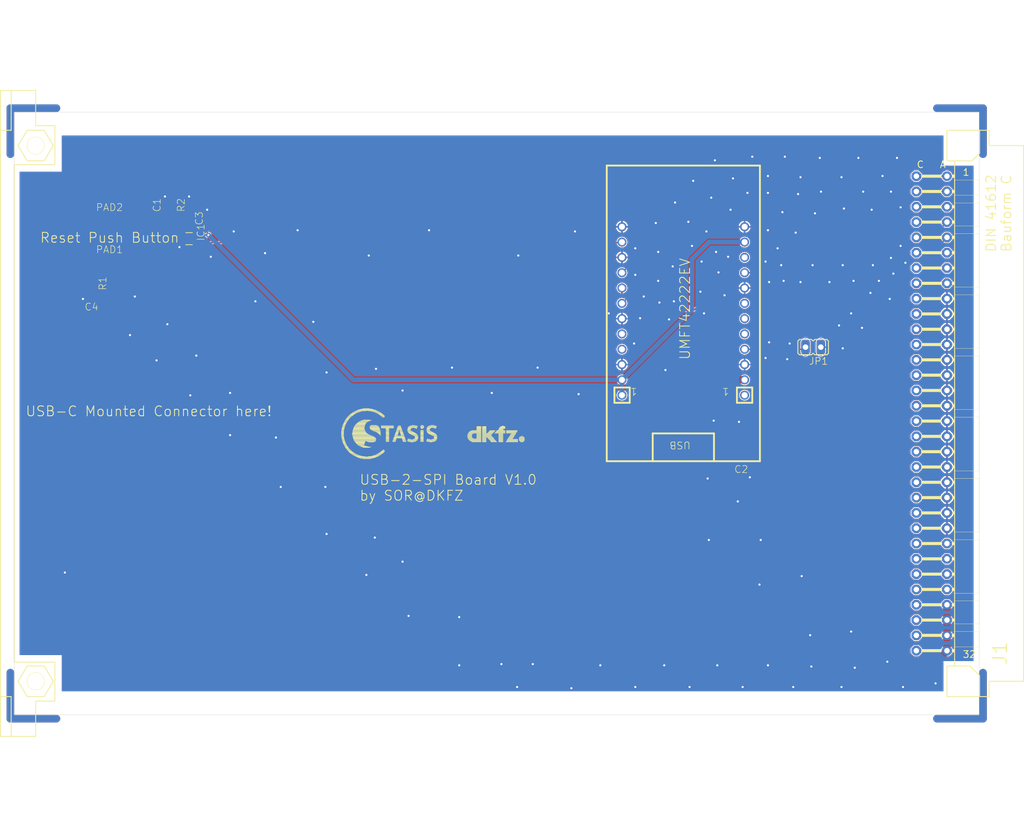
<source format=kicad_pcb>
(kicad_pcb (version 20240108) (generator "pcbnew") (generator_version "8.0")
  (layers (0 "F.Cu" signal) (31 "B.Cu" signal) (34 "B.Paste" user) (35 "F.Paste" user) (36 "B.SilkS" user "B.Silkscreen") (37 "F.SilkS" user "F.Silkscreen") (38 "B.Mask" user) (39 "F.Mask" user) (44 "Edge.Cuts" user))
  (net 0 "")
  (net 1 "GND")
  (net 2 "5V")
  (net 3 "SCLK")
  (net 4 "PICO")
  (net 5 "POCI")
  (net 6 "SS")
  (net 7 "N$1")
  (net 8 "SPI_RESET")
  (net 9 "N$2")
  (net 10 "VCC")
  (net 11 "N$4")
  (net 12 "N$5")
  (footprint "USB2SPI:C0603_334" (layer "F.Cu") (at 100.4871 73.2036 90)
    (property "Reference" "C3" (at -0.635 -0.635 90) (layer "F.SilkS") (effects (font (size 1.176528 1.176528) (thickness 0.093472)) (justify left bottom)))
    (property "Value" "100nF")
    (pad "1" smd rect (at -0.85 0 90) (size 1.1 1) (layers "F.Cu" "F.Paste" "F.Mask") (net 10 "VCC"))
    (pad "2" smd rect (at 0.85 0 90) (size 1.1 1) (layers "F.Cu" "F.Paste" "F.Mask") (net 1 "GND"))
  )
  (footprint "USB2SPI:SMD2,54-5,08_412" (layer "F.Cu") (at 84.4871 80.0036 -90)
    (property "Reference" "PAD1" (at -1.5 2.5 0) (layer "F.SilkS") (effects (font (size 1.176528 1.176528) (thickness 0.093472)) (justify left bottom)))
    (property "Value" "PB1")
    (pad "1" smd rect (at 0 0 270) (size 2.54 5.08) (layers "F.Cu" "F.Paste" "F.Mask") (net 12 "N$5"))
  )
  (footprint "USB2SPI:UMFT4222EV" (layer "F.Cu") (at 179.4571 88.0036 180)
    (property "Reference" "U$1" (hide yes))
    (property "Value" "UMFT4222EV" (hide yes))
    (fp_text user "USB" (at -1.27 -21.59 180) (layer "F.SilkS") (effects (font (size 1.1684 1.1684) (thickness 0.1016)) (justify left bottom)))
    (fp_text user "1" (at -7.62 -12.7 180) (layer "F.SilkS") (effects (font (size 1.1684 1.1684) (thickness 0.1016)) (justify left bottom)))
    (fp_text user "1" (at 7.62 -12.7 180) (layer "F.SilkS") (effects (font (size 1.1684 1.1684) (thickness 0.1016)) (justify left bottom)))
    (pad "P$0" thru_hole circle (at -10.16 -13.97 180) (size 1.508 1.508) (drill 1) (layers "*.Cu" "*.Mask"))
    (pad "P$1" thru_hole circle (at -10.16 -11.43 180) (size 1.508 1.508) (drill 1) (layers "*.Cu" "*.Mask") (net 2 "5V"))
    (pad "P$2" thru_hole circle (at -10.16 -8.89 180) (size 1.508 1.508) (drill 1) (layers "*.Cu" "*.Mask") (net 1 "GND"))
    (pad "P$3" thru_hole circle (at -10.16 -6.35 180) (size 1.508 1.508) (drill 1) (layers "*.Cu" "*.Mask") (net 7 "N$1"))
    (pad "P$4" thru_hole circle (at -10.16 -3.81 180) (size 1.508 1.508) (drill 1) (layers "*.Cu" "*.Mask"))
    (pad "P$5" thru_hole circle (at -10.16 -1.27 180) (size 1.508 1.508) (drill 1) (layers "*.Cu" "*.Mask"))
    (pad "P$6" thru_hole circle (at -10.16 1.27 180) (size 1.508 1.508) (drill 1) (layers "*.Cu" "*.Mask"))
    (pad "P$7" thru_hole circle (at -10.16 3.81 180) (size 1.508 1.508) (drill 1) (layers "*.Cu" "*.Mask") (net 1 "GND"))
    (pad "P$8" thru_hole circle (at -10.16 6.35 180) (size 1.508 1.508) (drill 1) (layers "*.Cu" "*.Mask") (net 6 "SS"))
    (pad "P$9" thru_hole circle (at -10.16 8.89 180) (size 1.508 1.508) (drill 1) (layers "*.Cu" "*.Mask"))
    (pad "P$10" thru_hole circle (at -10.16 11.43 180) (size 1.508 1.508) (drill 1) (layers "*.Cu" "*.Mask") (net 10 "VCC"))
    (pad "P$11" thru_hole circle (at -10.16 13.97 180) (size 1.508 1.508) (drill 1) (layers "*.Cu" "*.Mask") (net 1 "GND"))
    (pad "P$12" thru_hole circle (at 10.18 13.97 180) (size 1.508 1.508) (drill 1) (layers "*.Cu" "*.Mask") (net 1 "GND"))
    (pad "P$13" thru_hole circle (at 10.18 11.43 180) (size 1.508 1.508) (drill 1) (layers "*.Cu" "*.Mask") (net 9 "N$2"))
    (pad "P$14" thru_hole circle (at 10.18 8.89 180) (size 1.508 1.508) (drill 1) (layers "*.Cu" "*.Mask") (net 1 "GND"))
    (pad "P$15" thru_hole circle (at 10.18 6.35 180) (size 1.508 1.508) (drill 1) (layers "*.Cu" "*.Mask") (net 3 "SCLK"))
    (pad "P$16" thru_hole circle (at 10.18 3.81 180) (size 1.508 1.508) (drill 1) (layers "*.Cu" "*.Mask") (net 5 "POCI"))
    (pad "P$17" thru_hole circle (at 10.18 1.27 180) (size 1.508 1.508) (drill 1) (layers "*.Cu" "*.Mask") (net 4 "PICO"))
    (pad "P$18" thru_hole circle (at 10.18 -1.27 180) (size 1.508 1.508) (drill 1) (layers "*.Cu" "*.Mask") (net 1 "GND"))
    (pad "P$19" thru_hole circle (at 10.18 -3.81 180) (size 1.508 1.508) (drill 1) (layers "*.Cu" "*.Mask"))
    (pad "P$20" thru_hole circle (at 10.18 -6.35 180) (size 1.508 1.508) (drill 1) (layers "*.Cu" "*.Mask"))
    (pad "P$21" thru_hole circle (at 10.18 -8.89 180) (size 1.508 1.508) (drill 1) (layers "*.Cu" "*.Mask") (net 1 "GND"))
    (pad "P$22" thru_hole circle (at 10.18 -11.43 180) (size 1.508 1.508) (drill 1) (layers "*.Cu" "*.Mask") (net 10 "VCC"))
    (pad "P$23" thru_hole circle (at 10.18 -13.97 180) (size 1.508 1.508) (drill 1) (layers "*.Cu" "*.Mask") (net 10 "VCC"))
  )
  (footprint "USB2SPI:LOGO_DKFZ" (layer "F.Cu") (at 143.6871 109.8036)
    (property "Reference" "U$3" (hide yes))
    (property "Value" "" (hide yes))
  )
  (footprint "USB2SPI:JP1_252" (layer "F.Cu") (at 200.9871 94.0036 90)
    (property "Reference" "JP1" (at -1.651 2.54 0) (layer "F.SilkS") (effects (font (size 1.1557 1.1557) (thickness 0.1143)) (justify right top)))
    (property "Value" "SPI_RESET")
    (pad "1" thru_hole oval (at 0 1.27 90) (size 2.8448 1.4224) (drill 0.9144) (layers "*.Cu" "*.Mask") (net 8 "SPI_RESET"))
    (pad "2" thru_hole oval (at 0 -1.27 90) (size 2.8448 1.4224) (drill 0.9144) (layers "*.Cu" "*.Mask") (net 7 "N$1"))
  )
  (footprint "USB2SPI:VG64P_79" (layer "F.Cu") (at 68.2371 105.0036)
    (property "Reference" "J1" (at 165.1 41.91 90) (layer "F.SilkS") (effects (font (size 2.3114 2.3114) (thickness 0.2286)) (justify left bottom)))
    (property "Value" "BUS")
    (fp_line (start -0.381 -43.0276) (end -0.381 -50.6476) (stroke (width 1.27)) (layer "F.Cu"))
    (fp_line (start -0.381 43.0276) (end -0.381 50.6476) (stroke (width 1.27)) (layer "F.Cu"))
    (fp_line (start 7.239 -50.6476) (end -0.381 -50.6476) (stroke (width 1.27)) (layer "F.Cu"))
    (fp_line (start 7.239 50.6476) (end -0.381 50.6476) (stroke (width 1.27)) (layer "F.Cu"))
    (fp_line (start 153.289 -50.6476) (end 160.909 -50.6476) (stroke (width 1.27)) (layer "F.Cu"))
    (fp_line (start 153.289 50.6476) (end 160.909 50.6476) (stroke (width 1.27)) (layer "F.Cu"))
    (fp_line (start 160.909 -43.0276) (end 160.909 -50.6476) (stroke (width 1.27)) (layer "F.Cu"))
    (fp_line (start 160.909 43.0276) (end 160.909 50.6476) (stroke (width 1.27)) (layer "F.Cu"))
    (fp_line (start -0.381 -43.0276) (end -0.381 -50.6476) (stroke (width 1.27)) (layer "B.Cu"))
    (fp_line (start -0.381 43.0276) (end -0.381 50.6476) (stroke (width 1.27)) (layer "B.Cu"))
    (fp_line (start 7.239 -50.6476) (end -0.381 -50.6476) (stroke (width 1.27)) (layer "B.Cu"))
    (fp_line (start 7.239 50.6476) (end -0.381 50.6476) (stroke (width 1.27)) (layer "B.Cu"))
    (fp_line (start 153.289 -50.6476) (end 160.909 -50.6476) (stroke (width 1.27)) (layer "B.Cu"))
    (fp_line (start 153.289 50.6476) (end 160.909 50.6476) (stroke (width 1.27)) (layer "B.Cu"))
    (fp_line (start 160.909 -43.0276) (end 160.909 -50.6476) (stroke (width 1.27)) (layer "B.Cu"))
    (fp_line (start 160.909 43.0276) (end 160.909 50.6476) (stroke (width 1.27)) (layer "B.Cu"))
    (fp_line (start 0.254 -50.0126) (end 0.254 50.0126) (stroke (width 0.05)) (layer "Edge.Cuts"))
    (fp_line (start 0.254 50.0126) (end 160.274 50.0126) (stroke (width 0.05)) (layer "Edge.Cuts"))
    (fp_line (start 160.274 -50.0126) (end 0.254 -50.0126) (stroke (width 0.05)) (layer "Edge.Cuts"))
    (fp_line (start 160.274 50.0126) (end 160.274 -50.0126) (stroke (width 0.05)) (layer "Edge.Cuts"))
    (fp_text user "Bauform C" (at 165.735 -26.67 90) (layer "F.SilkS") (effects (font (size 1.6002 1.6002) (thickness 0.1778)) (justify left bottom)))
    (fp_text user "C" (at 149.86 -40.64 0) (layer "F.SilkS") (effects (font (size 1.1176 1.1176) (thickness 0.1524)) (justify left bottom)))
    (fp_text user "A" (at 153.67 -40.64 0) (layer "F.SilkS") (effects (font (size 1.1176 1.1176) (thickness 0.1524)) (justify left bottom)))
    (fp_text user "DIN 41612" (at 163.195 -26.67 90) (layer "F.SilkS") (effects (font (size 1.6002 1.6002) (thickness 0.1778)) (justify left bottom)))
    (fp_text user "1" (at 157.48 -39.37 0) (layer "F.SilkS") (effects (font (size 1.1176 1.1176) (thickness 0.1524)) (justify left bottom)))
    (fp_text user "32" (at 157.48 40.64 0) (layer "F.SilkS") (effects (font (size 1.1176 1.1176) (thickness 0.1524)) (justify left bottom)))
    (pad "" np_thru_hole circle (at 3.81 -44.45) (size 2.794 2.794) (drill 2.794) (layers "*.Cu" "*.Mask"))
    (pad "" np_thru_hole circle (at 3.81 44.45) (size 2.794 2.794) (drill 2.794) (layers "*.Cu" "*.Mask"))
    (pad "" np_thru_hole circle (at 157.48 -44.45) (size 2.794 2.794) (drill 2.794) (layers "*.Cu" "*.Mask"))
    (pad "" np_thru_hole circle (at 157.48 44.45) (size 2.794 2.794) (drill 2.794) (layers "*.Cu" "*.Mask"))
    (pad "A1" thru_hole circle (at 154.94 -39.37) (size 1.6002 1.6002) (drill 0.9144) (layers "*.Cu" "*.Mask") (net 3 "SCLK"))
    (pad "A2" thru_hole roundrect (at 154.94 -36.83) (size 1.6002 1.6002) (drill 0.9144) (layers "*.Cu" "*.Mask") (chamfer_ratio 0.2928932188) (chamfer top_left top_right bottom_left bottom_right) (net 4 "PICO"))
    (pad "A3" thru_hole roundrect (at 154.94 -34.29) (size 1.6002 1.6002) (drill 0.9144) (layers "*.Cu" "*.Mask") (chamfer_ratio 0.2928932188) (chamfer top_left top_right bottom_left bottom_right) (net 5 "POCI"))
    (pad "A4" thru_hole roundrect (at 154.94 -31.75) (size 1.6002 1.6002) (drill 0.9144) (layers "*.Cu" "*.Mask") (chamfer_ratio 0.2928932188) (chamfer top_left top_right bottom_left bottom_right) (net 6 "SS"))
    (pad "A5" thru_hole roundrect (at 154.94 -29.21) (size 1.6002 1.6002) (drill 0.9144) (layers "*.Cu" "*.Mask") (chamfer_ratio 0.2928932188) (chamfer top_left top_right bottom_left bottom_right) (net 8 "SPI_RESET"))
    (pad "A6" thru_hole roundrect (at 154.94 -26.67) (size 1.6002 1.6002) (drill 0.9144) (layers "*.Cu" "*.Mask") (chamfer_ratio 0.2928932188) (chamfer top_left top_right bottom_left bottom_right))
    (pad "A7" thru_hole roundrect (at 154.94 -24.13) (size 1.6002 1.6002) (drill 0.9144) (layers "*.Cu" "*.Mask") (chamfer_ratio 0.2928932188) (chamfer top_left top_right bottom_left bottom_right))
    (pad "A8" thru_hole roundrect (at 154.94 -21.59) (size 1.6002 1.6002) (drill 0.9144) (layers "*.Cu" "*.Mask") (chamfer_ratio 0.2928932188) (chamfer top_left top_right bottom_left bottom_right))
    (pad "A9" thru_hole roundrect (at 154.94 -19.05) (size 1.6002 1.6002) (drill 0.9144) (layers "*.Cu" "*.Mask") (chamfer_ratio 0.2928932188) (chamfer top_left top_right bottom_left bottom_right) (net 1 "GND"))
    (pad "A10" thru_hole roundrect (at 154.94 -16.51) (size 1.6002 1.6002) (drill 0.9144) (layers "*.Cu" "*.Mask") (chamfer_ratio 0.2928932188) (chamfer top_left top_right bottom_left bottom_right) (net 1 "GND"))
    (pad "A11" thru_hole roundrect (at 154.94 -13.97) (size 1.6002 1.6002) (drill 0.9144) (layers "*.Cu" "*.Mask") (chamfer_ratio 0.2928932188) (chamfer top_left top_right bottom_left bottom_right) (net 1 "GND"))
    (pad "A12" thru_hole roundrect (at 154.94 -11.43) (size 1.6002 1.6002) (drill 0.9144) (layers "*.Cu" "*.Mask") (chamfer_ratio 0.2928932188) (chamfer top_left top_right bottom_left bottom_right) (net 1 "GND"))
    (pad "A13" thru_hole roundrect (at 154.94 -8.89) (size 1.6002 1.6002) (drill 0.9144) (layers "*.Cu" "*.Mask") (chamfer_ratio 0.2928932188) (chamfer top_left top_right bottom_left bottom_right) (net 1 "GND"))
    (pad "A14" thru_hole roundrect (at 154.94 -6.35) (size 1.6002 1.6002) (drill 0.9144) (layers "*.Cu" "*.Mask") (chamfer_ratio 0.2928932188) (chamfer top_left top_right bottom_left bottom_right) (net 1 "GND"))
    (pad "A15" thru_hole roundrect (at 154.94 -3.81) (size 1.6002 1.6002) (drill 0.9144) (layers "*.Cu" "*.Mask") (chamfer_ratio 0.2928932188) (chamfer top_left top_right bottom_left bottom_right) (net 1 "GND"))
    (pad "A16" thru_hole roundrect (at 154.94 -1.27) (size 1.6002 1.6002) (drill 0.9144) (layers "*.Cu" "*.Mask") (chamfer_ratio 0.2928932188) (chamfer top_left top_right bottom_left bottom_right) (net 1 "GND"))
    (pad "A17" thru_hole roundrect (at 154.94 1.27) (size 1.6002 1.6002) (drill 0.9144) (layers "*.Cu" "*.Mask") (chamfer_ratio 0.2928932188) (chamfer top_left top_right bottom_left bottom_right) (net 1 "GND"))
    (pad "A18" thru_hole roundrect (at 154.94 3.81) (size 1.6002 1.6002) (drill 0.9144) (layers "*.Cu" "*.Mask") (chamfer_ratio 0.2928932188) (chamfer top_left top_right bottom_left bottom_right) (net 1 "GND"))
    (pad "A19" thru_hole roundrect (at 154.94 6.35) (size 1.6002 1.6002) (drill 0.9144) (layers "*.Cu" "*.Mask") (chamfer_ratio 0.2928932188) (chamfer top_left top_right bottom_left bottom_right) (net 1 "GND"))
    (pad "A20" thru_hole roundrect (at 154.94 8.89) (size 1.6002 1.6002) (drill 0.9144) (layers "*.Cu" "*.Mask") (chamfer_ratio 0.2928932188) (chamfer top_left top_right bottom_left bottom_right) (net 1 "GND"))
    (pad "A21" thru_hole roundrect (at 154.94 11.43) (size 1.6002 1.6002) (drill 0.9144) (layers "*.Cu" "*.Mask") (chamfer_ratio 0.2928932188) (chamfer top_left top_right bottom_left bottom_right) (net 1 "GND"))
    (pad "A22" thru_hole roundrect (at 154.94 13.97) (size 1.6002 1.6002) (drill 0.9144) (layers "*.Cu" "*.Mask") (chamfer_ratio 0.2928932188) (chamfer top_left top_right bottom_left bottom_right) (net 1 "GND"))
    (pad "A23" thru_hole roundrect (at 154.94 16.51) (size 1.6002 1.6002) (drill 0.9144) (layers "*.Cu" "*.Mask") (chamfer_ratio 0.2928932188) (chamfer top_left top_right bottom_left bottom_right) (net 1 "GND"))
    (pad "A24" thru_hole roundrect (at 154.94 19.05) (size 1.6002 1.6002) (drill 0.9144) (layers "*.Cu" "*.Mask") (chamfer_ratio 0.2928932188) (chamfer top_left top_right bottom_left bottom_right) (net 1 "GND"))
    (pad "A25" thru_hole roundrect (at 154.94 21.59) (size 1.6002 1.6002) (drill 0.9144) (layers "*.Cu" "*.Mask") (chamfer_ratio 0.2928932188) (chamfer top_left top_right bottom_left bottom_right))
    (pad "A26" thru_hole roundrect (at 154.94 24.13) (size 1.6002 1.6002) (drill 0.9144) (layers "*.Cu" "*.Mask") (chamfer_ratio 0.2928932188) (chamfer top_left top_right bottom_left bottom_right))
    (pad "A27" thru_hole roundrect (at 154.94 26.67) (size 1.6002 1.6002) (drill 0.9144) (layers "*.Cu" "*.Mask") (chamfer_ratio 0.2928932188) (chamfer top_left top_right bottom_left bottom_right))
    (pad "A28" thru_hole roundrect (at 154.94 29.21) (size 1.6002 1.6002) (drill 0.9144) (layers "*.Cu" "*.Mask") (chamfer_ratio 0.2928932188) (chamfer top_left top_right bottom_left bottom_right))
    (pad "A29" thru_hole roundrect (at 154.94 31.75) (size 1.6002 1.6002) (drill 0.9144) (layers "*.Cu" "*.Mask") (chamfer_ratio 0.2928932188) (chamfer top_left top_right bottom_left bottom_right) (net 2 "5V"))
    (pad "A30" thru_hole roundrect (at 154.94 34.29) (size 1.6002 1.6002) (drill 0.9144) (layers "*.Cu" "*.Mask") (chamfer_ratio 0.2928932188) (chamfer top_left top_right bottom_left bottom_right) (net 2 "5V"))
    (pad "A31" thru_hole roundrect (at 154.94 36.83) (size 1.6002 1.6002) (drill 0.9144) (layers "*.Cu" "*.Mask") (chamfer_ratio 0.2928932188) (chamfer top_left top_right bottom_left bottom_right) (net 2 "5V"))
    (pad "A32" thru_hole roundrect (at 154.94 39.37) (size 1.6002 1.6002) (drill 0.9144) (layers "*.Cu" "*.Mask") (chamfer_ratio 0.2928932188) (chamfer top_left top_right bottom_left bottom_right) (net 2 "5V"))
    (pad "C1" thru_hole roundrect (at 149.86 -39.37) (size 1.6002 1.6002) (drill 0.9144) (layers "*.Cu" "*.Mask") (chamfer_ratio 0.2928932188) (chamfer top_left top_right bottom_left bottom_right))
    (pad "C2" thru_hole roundrect (at 149.86 -36.83) (size 1.6002 1.6002) (drill 0.9144) (layers "*.Cu" "*.Mask") (chamfer_ratio 0.2928932188) (chamfer top_left top_right bottom_left bottom_right))
    (pad "C3" thru_hole roundrect (at 149.86 -34.29) (size 1.6002 1.6002) (drill 0.9144) (layers "*.Cu" "*.Mask") (chamfer_ratio 0.2928932188) (chamfer top_left top_right bottom_left bottom_right))
    (pad "C4" thru_hole roundrect (at 149.86 -31.75) (size 1.6002 1.6002) (drill 0.9144) (layers "*.Cu" "*.Mask") (chamfer_ratio 0.2928932188) (chamfer top_left top_right bottom_left bottom_right))
    (pad "C5" thru_hole roundrect (at 149.86 -29.21) (size 1.6002 1.6002) (drill 0.9144) (layers "*.Cu" "*.Mask") (chamfer_ratio 0.2928932188) (chamfer top_left top_right bottom_left bottom_right))
    (pad "C6" thru_hole roundrect (at 149.86 -26.67) (size 1.6002 1.6002) (drill 0.9144) (layers "*.Cu" "*.Mask") (chamfer_ratio 0.2928932188) (chamfer top_left top_right bottom_left bottom_right))
    (pad "C7" thru_hole roundrect (at 149.86 -24.13) (size 1.6002 1.6002) (drill 0.9144) (layers "*.Cu" "*.Mask") (chamfer_ratio 0.2928932188) (chamfer top_left top_right bottom_left bottom_right))
    (pad "C8" thru_hole roundrect (at 149.86 -21.59) (size 1.6002 1.6002) (drill 0.9144) (layers "*.Cu" "*.Mask") (chamfer_ratio 0.2928932188) (chamfer top_left top_right bottom_left bottom_right))
    (pad "C9" thru_hole roundrect (at 149.86 -19.05) (size 1.6002 1.6002) (drill 0.9144) (layers "*.Cu" "*.Mask") (chamfer_ratio 0.2928932188) (chamfer top_left top_right bottom_left bottom_right))
    (pad "C10" thru_hole roundrect (at 149.86 -16.51) (size 1.6002 1.6002) (drill 0.9144) (layers "*.Cu" "*.Mask") (chamfer_ratio 0.2928932188) (chamfer top_left top_right bottom_left bottom_right))
    (pad "C11" thru_hole roundrect (at 149.86 -13.97) (size 1.6002 1.6002) (drill 0.9144) (layers "*.Cu" "*.Mask") (chamfer_ratio 0.2928932188) (chamfer top_left top_right bottom_left bottom_right))
    (pad "C12" thru_hole roundrect (at 149.86 -11.43) (size 1.6002 1.6002) (drill 0.9144) (layers "*.Cu" "*.Mask") (chamfer_ratio 0.2928932188) (chamfer top_left top_right bottom_left bottom_right))
    (pad "C13" thru_hole roundrect (at 149.86 -8.89) (size 1.6002 1.6002) (drill 0.9144) (layers "*.Cu" "*.Mask") (chamfer_ratio 0.2928932188) (chamfer top_left top_right bottom_left bottom_right))
    (pad "C14" thru_hole roundrect (at 149.86 -6.35) (size 1.6002 1.6002) (drill 0.9144) (layers "*.Cu" "*.Mask") (chamfer_ratio 0.2928932188) (chamfer top_left top_right bottom_left bottom_right))
    (pad "C15" thru_hole roundrect (at 149.86 -3.81) (size 1.6002 1.6002) (drill 0.9144) (layers "*.Cu" "*.Mask") (chamfer_ratio 0.2928932188) (chamfer top_left top_right bottom_left bottom_right))
    (pad "C16" thru_hole roundrect (at 149.86 -1.27) (size 1.6002 1.6002) (drill 0.9144) (layers "*.Cu" "*.Mask") (chamfer_ratio 0.2928932188) (chamfer top_left top_right bottom_left bottom_right))
    (pad "C17" thru_hole roundrect (at 149.86 1.27) (size 1.6002 1.6002) (drill 0.9144) (layers "*.Cu" "*.Mask") (chamfer_ratio 0.2928932188) (chamfer top_left top_right bottom_left bottom_right))
    (pad "C18" thru_hole roundrect (at 149.86 3.81) (size 1.6002 1.6002) (drill 0.9144) (layers "*.Cu" "*.Mask") (chamfer_ratio 0.2928932188) (chamfer top_left top_right bottom_left bottom_right))
    (pad "C19" thru_hole roundrect (at 149.86 6.35) (size 1.6002 1.6002) (drill 0.9144) (layers "*.Cu" "*.Mask") (chamfer_ratio 0.2928932188) (chamfer top_left top_right bottom_left bottom_right))
    (pad "C20" thru_hole roundrect (at 149.86 8.89) (size 1.6002 1.6002) (drill 0.9144) (layers "*.Cu" "*.Mask") (chamfer_ratio 0.2928932188) (chamfer top_left top_right bottom_left bottom_right))
    (pad "C21" thru_hole roundrect (at 149.86 11.43) (size 1.6002 1.6002) (drill 0.9144) (layers "*.Cu" "*.Mask") (chamfer_ratio 0.2928932188) (chamfer top_left top_right bottom_left bottom_right))
    (pad "C22" thru_hole roundrect (at 149.86 13.97) (size 1.6002 1.6002) (drill 0.9144) (layers "*.Cu" "*.Mask") (chamfer_ratio 0.2928932188) (chamfer top_left top_right bottom_left bottom_right))
    (pad "C23" thru_hole roundrect (at 149.86 16.51) (size 1.6002 1.6002) (drill 0.9144) (layers "*.Cu" "*.Mask") (chamfer_ratio 0.2928932188) (chamfer top_left top_right bottom_left bottom_right))
    (pad "C24" thru_hole roundrect (at 149.86 19.05) (size 1.6002 1.6002) (drill 0.9144) (layers "*.Cu" "*.Mask") (chamfer_ratio 0.2928932188) (chamfer top_left top_right bottom_left bottom_right))
    (pad "C25" thru_hole roundrect (at 149.86 21.59) (size 1.6002 1.6002) (drill 0.9144) (layers "*.Cu" "*.Mask") (chamfer_ratio 0.2928932188) (chamfer top_left top_right bottom_left bottom_right))
    (pad "C26" thru_hole roundrect (at 149.86 24.13) (size 1.6002 1.6002) (drill 0.9144) (layers "*.Cu" "*.Mask") (chamfer_ratio 0.2928932188) (chamfer top_left top_right bottom_left bottom_right))
    (pad "C27" thru_hole roundrect (at 149.86 26.67) (size 1.6002 1.6002) (drill 0.9144) (layers "*.Cu" "*.Mask") (chamfer_ratio 0.2928932188) (chamfer top_left top_right bottom_left bottom_right))
    (pad "C28" thru_hole roundrect (at 149.86 29.21) (size 1.6002 1.6002) (drill 0.9144) (layers "*.Cu" "*.Mask") (chamfer_ratio 0.2928932188) (chamfer top_left top_right bottom_left bottom_right))
    (pad "C29" thru_hole roundrect (at 149.86 31.75) (size 1.6002 1.6002) (drill 0.9144) (layers "*.Cu" "*.Mask") (chamfer_ratio 0.2928932188) (chamfer top_left top_right bottom_left bottom_right))
    (pad "C30" thru_hole roundrect (at 149.86 34.29) (size 1.6002 1.6002) (drill 0.9144) (layers "*.Cu" "*.Mask") (chamfer_ratio 0.2928932188) (chamfer top_left top_right bottom_left bottom_right))
    (pad "C31" thru_hole roundrect (at 149.86 36.83) (size 1.6002 1.6002) (drill 0.9144) (layers "*.Cu" "*.Mask") (chamfer_ratio 0.2928932188) (chamfer top_left top_right bottom_left bottom_right))
    (pad "C32" thru_hole roundrect (at 149.86 39.37) (size 1.6002 1.6002) (drill 0.9144) (layers "*.Cu" "*.Mask") (chamfer_ratio 0.2928932188) (chamfer top_left top_right bottom_left bottom_right))
    (zone (net 0) (net_name "") (layer "B.Cu") (connect_pads (clearance 0)) (min_thickness 0.25)
      (keepout (tracks not_allowed) (vias not_allowed) (pads not_allowed) (copperpour not_allowed) (footprints allowed))
      (fill (thermal_gap 0.5) (thermal_bridge_width 0.5))
      (polygon (pts (xy 228.0031 60.5536) (xy 227.982703 60.248906) (xy 227.921877 59.949649) (xy 227.821706 59.66117) (xy 227.683978 59.388616) (xy 227.511151 59.136852) (xy 227.30631 58.910369) (xy 227.073109 58.71321) (xy 226.81571 58.548892) (xy 226.538706 58.420349) (xy 226.247041 58.329874) (xy 225.945919 58.279081) (xy 225.640713 58.268877) (xy 225.336871 58.299443) (xy 225.039814 58.370236) (xy 224.754843 58.47999) (xy 224.487044 58.626748) (xy 224.241195 58.807891) (xy 224.021683 59.020186) (xy 223.832427 59.259845) (xy 223.676802 59.522591) (xy 223.557586 59.803735) (xy 223.476908 60.098261) (xy 223.436205 60.400912) (xy 223.436205 60.706288) (xy 223.476908 61.008939) (xy 223.557586 61.303465) (xy 223.676802 61.584609) (xy 223.832427 61.847355) (xy 224.021683 62.087014) (xy 224.241195 62.299309) (xy 224.487044 62.480452) (xy 224.754843 62.62721) (xy 225.039814 62.736964) (xy 225.336871 62.807757) (xy 225.640713 62.838323) (xy 225.945919 62.828119) (xy 226.247041 62.777326) (xy 226.538706 62.686851) (xy 226.81571 62.558308) (xy 227.073109 62.39399) (xy 227.30631 62.196831) (xy 227.511151 61.970348) (xy 227.683978 61.718584) (xy 227.821706 61.44603) (xy 227.921877 61.157551) (xy 227.982703 60.858294)))
    )
    (zone (net 0) (net_name "") (layer "B.Cu") (connect_pads (clearance 0)) (min_thickness 0.25)
      (keepout (tracks not_allowed) (vias not_allowed) (pads not_allowed) (copperpour not_allowed) (footprints allowed))
      (fill (thermal_gap 0.5) (thermal_bridge_width 0.5))
      (polygon (pts (xy 228.0031 149.4536) (xy 227.982703 149.148906) (xy 227.921877 148.849649) (xy 227.821706 148.56117) (xy 227.683978 148.288616) (xy 227.511151 148.036852) (xy 227.30631 147.810369) (xy 227.073109 147.61321) (xy 226.81571 147.448892) (xy 226.538706 147.320349) (xy 226.247041 147.229874) (xy 225.945919 147.179081) (xy 225.640713 147.168877) (xy 225.336871 147.199443) (xy 225.039814 147.270236) (xy 224.754843 147.37999) (xy 224.487044 147.526748) (xy 224.241195 147.707891) (xy 224.021683 147.920186) (xy 223.832427 148.159845) (xy 223.676802 148.422591) (xy 223.557586 148.703735) (xy 223.476908 148.998261) (xy 223.436205 149.300912) (xy 223.436205 149.606288) (xy 223.476908 149.908939) (xy 223.557586 150.203465) (xy 223.676802 150.484609) (xy 223.832427 150.747355) (xy 224.021683 150.987014) (xy 224.241195 151.199309) (xy 224.487044 151.380452) (xy 224.754843 151.52721) (xy 225.039814 151.636964) (xy 225.336871 151.707757) (xy 225.640713 151.738323) (xy 225.945919 151.728119) (xy 226.247041 151.677326) (xy 226.538706 151.586851) (xy 226.81571 151.458308) (xy 227.073109 151.29399) (xy 227.30631 151.096831) (xy 227.511151 150.870348) (xy 227.683978 150.618584) (xy 227.821706 150.34603) (xy 227.921877 150.057551) (xy 227.982703 149.758294)))
    )
    (zone (net 0) (net_name "") (layer "B.Cu") (connect_pads (clearance 0)) (min_thickness 0.25)
      (keepout (tracks not_allowed) (vias not_allowed) (pads not_allowed) (copperpour not_allowed) (footprints allowed))
      (fill (thermal_gap 0.5) (thermal_bridge_width 0.5))
      (polygon (pts (xy 75.2221 60.5536) (xy 75.202136 60.198113) (xy 75.142496 59.847096) (xy 75.04393 59.504964) (xy 74.907676 59.176019) (xy 74.735449 58.864398) (xy 74.529415 58.57402) (xy 74.292164 58.308536) (xy 74.02668 58.071285) (xy 73.736302 57.865251) (xy 73.424681 57.693024) (xy 73.095736 57.55677) (xy 72.753604 57.458204) (xy 72.402587 57.398564) (xy 72.0471 57.3786) (xy 71.691613 57.398564) (xy 71.340596 57.458204) (xy 70.998464 57.55677) (xy 70.669519 57.693024) (xy 70.357898 57.865251) (xy 70.06752 58.071285) (xy 69.802036 58.308536) (xy 69.564785 58.57402) (xy 69.358751 58.864398) (xy 69.186524 59.176019) (xy 69.05027 59.504964) (xy 68.951704 59.847096) (xy 68.892064 60.198113) (xy 68.8721 60.5536) (xy 68.892064 60.909087) (xy 68.951704 61.260104) (xy 69.05027 61.602236) (xy 69.186524 61.931181) (xy 69.358751 62.242802) (xy 69.564785 62.53318) (xy 69.802036 62.798664) (xy 70.06752 63.035915) (xy 70.357898 63.241949) (xy 70.669519 63.414176) (xy 70.998464 63.55043) (xy 71.340596 63.648996) (xy 71.691613 63.708636) (xy 72.0471 63.7286) (xy 72.402587 63.708636) (xy 72.753604 63.648996) (xy 73.095736 63.55043) (xy 73.424681 63.414176) (xy 73.736302 63.241949) (xy 74.02668 63.035915) (xy 74.292164 62.798664) (xy 74.529415 62.53318) (xy 74.735449 62.242802) (xy 74.907676 61.931181) (xy 75.04393 61.602236) (xy 75.142496 61.260104) (xy 75.202136 60.909087)))
    )
    (zone (net 0) (net_name "") (layer "B.Cu") (connect_pads (clearance 0)) (min_thickness 0.25)
      (keepout (tracks not_allowed) (vias not_allowed) (pads not_allowed) (copperpour not_allowed) (footprints allowed))
      (fill (thermal_gap 0.5) (thermal_bridge_width 0.5))
      (polygon (pts (xy 75.2221 149.4536) (xy 75.202136 149.098113) (xy 75.142496 148.747096) (xy 75.04393 148.404964) (xy 74.907676 148.076019) (xy 74.735449 147.764398) (xy 74.529415 147.47402) (xy 74.292164 147.208536) (xy 74.02668 146.971285) (xy 73.736302 146.765251) (xy 73.424681 146.593024) (xy 73.095736 146.45677) (xy 72.753604 146.358204) (xy 72.402587 146.298564) (xy 72.0471 146.2786) (xy 71.691613 146.298564) (xy 71.340596 146.358204) (xy 70.998464 146.45677) (xy 70.669519 146.593024) (xy 70.357898 146.765251) (xy 70.06752 146.971285) (xy 69.802036 147.208536) (xy 69.564785 147.47402) (xy 69.358751 147.764398) (xy 69.186524 148.076019) (xy 69.05027 148.404964) (xy 68.951704 148.747096) (xy 68.892064 149.098113) (xy 68.8721 149.4536) (xy 68.892064 149.809087) (xy 68.951704 150.160104) (xy 69.05027 150.502236) (xy 69.186524 150.831181) (xy 69.358751 151.142802) (xy 69.564785 151.43318) (xy 69.802036 151.698664) (xy 70.06752 151.935915) (xy 70.357898 152.141949) (xy 70.669519 152.314176) (xy 70.998464 152.45043) (xy 71.340596 152.548996) (xy 71.691613 152.608636) (xy 72.0471 152.6286) (xy 72.402587 152.608636) (xy 72.753604 152.548996) (xy 73.095736 152.45043) (xy 73.424681 152.314176) (xy 73.736302 152.141949) (xy 74.02668 151.935915) (xy 74.292164 151.698664) (xy 74.529415 151.43318) (xy 74.735449 151.142802) (xy 74.907676 150.831181) (xy 75.04393 150.502236) (xy 75.142496 150.160104) (xy 75.202136 149.809087)))
    )
  )
  (footprint "USB2SPI:SC70-5_87" (layer "F.Cu") (at 97.4871 76.0036 -90)
    (property "Reference" "IC1" (at -2.54 -1.27 90) (layer "F.SilkS") (effects (font (size 1.176528 1.176528) (thickness 0.093472)) (justify right top)))
    (property "Value" "74LVC1G14DCK")
    (pad "1" smd rect (at -0.65 0.85 270) (size 0.4 0.7) (layers "F.Cu" "F.Paste" "F.Mask"))
    (pad "2" smd rect (at 0 0.85 270) (size 0.4 0.7) (layers "F.Cu" "F.Paste" "F.Mask") (net 11 "N$4"))
    (pad "3" smd rect (at 0.65 0.85 270) (size 0.4 0.7) (layers "F.Cu" "F.Paste" "F.Mask") (net 1 "GND"))
    (pad "4" smd rect (at 0.65 -0.85 270) (size 0.4 0.7) (layers "F.Cu" "F.Paste" "F.Mask") (net 9 "N$2"))
    (pad "5" smd rect (at -0.65 -0.85 270) (size 0.4 0.7) (layers "F.Cu" "F.Paste" "F.Mask") (net 10 "VCC"))
  )
  (footprint "USB2SPI:R0603_334" (layer "F.Cu") (at 84.4871 84.0036 90)
    (property "Reference" "R1" (at -0.635 -0.635 90) (layer "F.SilkS") (effects (font (size 1.176528 1.176528) (thickness 0.093472)) (justify left bottom)))
    (property "Value" "50k")
    (pad "1" smd rect (at -0.85 0 90) (size 1 1.1) (layers "F.Cu" "F.Paste" "F.Mask") (net 2 "5V"))
    (pad "2" smd rect (at 0.85 0 90) (size 1 1.1) (layers "F.Cu" "F.Paste" "F.Mask") (net 12 "N$5"))
  )
  (footprint "USB2SPI:C0603_334" (layer "F.Cu") (at 93.4871 71.0036 90)
    (property "Reference" "C1" (at -0.635 -0.635 90) (layer "F.SilkS") (effects (font (size 1.176528 1.176528) (thickness 0.093472)) (justify left bottom)))
    (property "Value" "10nF")
    (pad "1" smd rect (at -0.85 0 90) (size 1.1 1) (layers "F.Cu" "F.Paste" "F.Mask") (net 11 "N$4"))
    (pad "2" smd rect (at 0.85 0 90) (size 1.1 1) (layers "F.Cu" "F.Paste" "F.Mask") (net 1 "GND"))
  )
  (footprint "USB2SPI:R0603_334" (layer "F.Cu") (at 97.4871 71.0036 90)
    (property "Reference" "R2" (at -0.635 -0.635 90) (layer "F.SilkS") (effects (font (size 1.176528 1.176528) (thickness 0.093472)) (justify left bottom)))
    (property "Value" "100k")
    (pad "1" smd rect (at -0.85 0 90) (size 1 1.1) (layers "F.Cu" "F.Paste" "F.Mask") (net 11 "N$4"))
    (pad "2" smd rect (at 0.85 0 90) (size 1 1.1) (layers "F.Cu" "F.Paste" "F.Mask") (net 1 "GND"))
  )
  (footprint "USB2SPI:C0603_334" (layer "F.Cu") (at 188.4871 115.6036)
    (property "Reference" "C2" (at -0.635 -0.635 0) (layer "F.SilkS") (effects (font (size 1.176528 1.176528) (thickness 0.093472)) (justify left bottom)))
    (property "Value" "100nF")
    (pad "1" smd rect (at -0.85 0) (size 1.1 1) (layers "F.Cu" "F.Paste" "F.Mask") (net 2 "5V"))
    (pad "2" smd rect (at 0.85 0) (size 1.1 1) (layers "F.Cu" "F.Paste" "F.Mask") (net 1 "GND"))
  )
  (footprint "USB2SPI:SMD2,54-5,08_412" (layer "F.Cu") (at 84.4871 73.0036 -90)
    (property "Reference" "PAD2" (at -1.5 2.5 0) (layer "F.SilkS") (effects (font (size 1.176528 1.176528) (thickness 0.093472)) (justify left bottom)))
    (property "Value" "PB2")
    (pad "1" smd rect (at 0 0 270) (size 2.54 5.08) (layers "F.Cu" "F.Paste" "F.Mask") (net 11 "N$4"))
  )
  (footprint "USB2SPI:LOGO_STASIS" (layer "F.Cu") (at 131.6871 108.6036)
    (property "Reference" "U$2" (hide yes))
    (property "Value" "" (hide yes))
  )
  (footprint "USB2SPI:C0603_334" (layer "F.Cu") (at 81.8871 86.0036 180)
    (property "Reference" "C4" (at -0.635 -0.635 0) (layer "F.SilkS") (effects (font (size 1.176528 1.176528) (thickness 0.093472)) (justify right top)))
    (property "Value" "100nF")
    (pad "1" smd rect (at -0.85 0 180) (size 1.1 1) (layers "F.Cu" "F.Paste" "F.Mask") (net 2 "5V"))
    (pad "2" smd rect (at 0.85 0 180) (size 1.1 1) (layers "F.Cu" "F.Paste" "F.Mask") (net 1 "GND"))
  )
  (gr_text "Reset Push Button" (at 72.6871 76.8036 0) (layer "F.SilkS") (effects (font (size 1.63576 1.63576) (thickness 0.14224)) (justify left bottom)))
  (gr_text "UMFT42222EV" (at 180.6871 96.2036 90) (layer "F.SilkS") (effects (font (size 1.63576 1.63576) (thickness 0.14224)) (justify left bottom)))
  (gr_text "USB-C Mounted Connector here!" (at 70.2871 105.6036 0) (layer "F.SilkS") (effects (font (size 1.63576 1.63576) (thickness 0.14224)) (justify left bottom)))
  (gr_text "USB-2-SPI Board V1.0\nby SOR@DKFZ" (at 125.6871 119.6036 0) (layer "F.SilkS") (effects (font (size 1.63576 1.63576) (thickness 0.14224)) (justify left bottom)))
  (segment (start 100.4871 72.3536) (end 100.4871 71.2036) (width 0.2) (layer "F.Cu") (net 1))
  (segment (start 189.3371 115.6036) (end 190.4871 115.6036) (width 0.2) (layer "F.Cu") (net 1))
  (segment (start 81.0371 86.0036) (end 79.8871 86.0036) (width 0.2) (layer "F.Cu") (net 1))
  (segment (start 96.6371 76.6536) (end 95.8871 77.4036) (width 0.2) (layer "F.Cu") (net 1))
  (segment (start 97.4871 70.1536) (end 97.4871 69.0036) (width 0.2) (layer "F.Cu") (net 1))
  (segment (start 93.4871 70.1536) (end 93.4871 69.0036) (width 0.2) (layer "F.Cu") (net 1))
  (via (at 214.8871 62.6036) (size 0.7564) (drill 0.35) (layers "F.Cu" "B.Cu") (net 1))
  (via (at 165.6871 146.8036) (size 0.7564) (drill 0.35) (layers "F.Cu" "B.Cu") (net 1))
  (via (at 171.2871 93.4036) (size 0.7564) (drill 0.35) (layers "F.Cu" "B.Cu") (net 1))
  (via (at 180.4871 150.4036) (size 0.7564) (drill 0.35) (layers "F.Cu" "B.Cu") (net 1))
  (via (at 104.2871 101.6036) (size 0.7564) (drill 0.35) (layers "F.Cu" "B.Cu") (net 1))
  (via (at 207.2871 88.4036) (size 0.7564) (drill 0.35) (layers "F.Cu" "B.Cu") (net 1))
  (via (at 210.4871 85.0036) (size 0.7564) (drill 0.35) (layers "F.Cu" "B.Cu") (net 1))
  (via (at 98.6871 95.4036) (size 0.7564) (drill 0.35) (layers "F.Cu" "B.Cu") (net 1))
  (via (at 126.8871 131.8036) (size 0.7564) (drill 0.35) (layers "F.Cu" "B.Cu") (net 1))
  (via (at 186.2871 85.4036) (size 0.7564) (drill 0.35) (layers "F.Cu" "B.Cu") (net 1))
  (via (at 120.2871 125.0036) (size 0.7564) (drill 0.35) (layers "F.Cu" "B.Cu") (net 1))
  (via (at 200.6871 147.0036) (size 0.7564) (drill 0.35) (layers "F.Cu" "B.Cu") (net 1))
  (via (at 187.6871 66.0036) (size 0.7564) (drill 0.35) (layers "F.Cu" "B.Cu") (net 1))
  (via (at 213.2871 146.2036) (size 0.7564) (drill 0.35) (layers "F.Cu" "B.Cu") (net 1))
  (via (at 172.8871 85.6036) (size 0.7564) (drill 0.35) (layers "F.Cu" "B.Cu") (net 1))
  (via (at 198.8871 65.8036) (size 0.7564) (drill 0.35) (layers "F.Cu" "B.Cu") (net 1))
  (via (at 212.4871 65.6036) (size 0.7564) (drill 0.35) (layers "F.Cu" "B.Cu") (net 1))
  (via (at 215.4871 77.2036) (size 0.7564) (drill 0.35) (layers "F.Cu" "B.Cu") (net 1))
  (via (at 187.2871 71.2036) (size 0.7564) (drill 0.35) (layers "F.Cu" "B.Cu") (net 1))
  (via (at 180.8871 77.2036) (size 0.7564) (drill 0.35) (layers "F.Cu" "B.Cu") (net 1))
  (via (at 207.2871 141.2036) (size 0.7564) (drill 0.35) (layers "F.Cu" "B.Cu") (net 1))
  (via (at 193.6871 83.2036) (size 0.7564) (drill 0.35) (layers "F.Cu" "B.Cu") (net 1))
  (via (at 177.8871 86.4036) (size 0.7564) (drill 0.35) (layers "F.Cu" "B.Cu") (net 1))
  (via (at 186.8871 79.0036) (size 0.7564) (drill 0.35) (layers "F.Cu" "B.Cu") (net 1))
  (via (at 184.0871 69.2036) (size 0.7564) (drill 0.35) (layers "F.Cu" "B.Cu") (net 1))
  (via (at 184.4871 106.2036) (size 0.7564) (drill 0.35) (layers "F.Cu" "B.Cu") (net 1))
  (via (at 141.0871 97.4036) (size 0.7564) (drill 0.35) (layers "F.Cu" "B.Cu") (net 1))
  (via (at 79.8871 86.0036) (size 0.7564) (drill 0.35) (layers "F.Cu" "B.Cu") (net 1))
  (via (at 142.2871 146.8036) (size 0.7564) (drill 0.35) (layers "F.Cu" "B.Cu") (net 1))
  (via (at 202.2871 68.2036) (size 0.7564) (drill 0.35) (layers "F.Cu" "B.Cu") (net 1))
  (via (at 161.4871 74.8036) (size 0.7564) (drill 0.35) (layers "F.Cu" "B.Cu") (net 1))
  (via (at 97.6871 102.0036) (size 0.7564) (drill 0.35) (layers "F.Cu" "B.Cu") (net 1))
  (via (at 199.0871 132.0036) (size 0.7564) (drill 0.35) (layers "F.Cu" "B.Cu") (net 1))
  (via (at 193.6871 93.2036) (size 0.7564) (drill 0.35) (layers "F.Cu" "B.Cu") (net 1))
  (via (at 196.0871 83.0036) (size 0.7564) (drill 0.35) (layers "F.Cu" "B.Cu") (net 1))
  (via (at 190.0871 68.4036) (size 0.7564) (drill 0.35) (layers "F.Cu" "B.Cu") (net 1))
  (via (at 147.6871 101.6036) (size 0.7564) (drill 0.35) (layers "F.Cu" "B.Cu") (net 1))
  (via (at 175.2871 83.0036) (size 0.7564) (drill 0.35) (layers "F.Cu" "B.Cu") (net 1))
  (via (at 209.2871 68.2036) (size 0.7564) (drill 0.35) (layers "F.Cu" "B.Cu") (net 1))
  (via (at 188.4871 119.6036) (size 0.7564) (drill 0.35) (layers "F.Cu" "B.Cu") (net 1))
  (via (at 213.8871 79.2036) (size 0.7564) (drill 0.35) (layers "F.Cu" "B.Cu") (net 1))
  (via (at 118.0871 89.8036) (size 0.7564) (drill 0.35) (layers "F.Cu" "B.Cu") (net 1))
  (via (at 195.0871 77.6036) (size 0.7564) (drill 0.35) (layers "F.Cu" "B.Cu") (net 1))
  (via (at 93.4871 69.0036) (size 0.7564) (drill 0.35) (layers "F.Cu" "B.Cu") (net 1))
  (via (at 112.6871 117.2036) (size 0.7564) (drill 0.35) (layers "F.Cu" "B.Cu") (net 1))
  (via (at 184.6871 63.0036) (size 0.7564) (drill 0.35) (layers "F.Cu" "B.Cu") (net 1))
  (via (at 177.6871 80.6036) (size 0.7564) (drill 0.35) (layers "F.Cu" "B.Cu") (net 1))
  (via (at 160.8871 150.6036) (size 0.7564) (drill 0.35) (layers "F.Cu" "B.Cu") (net 1))
  (via (at 76.8871 131.4036) (size 0.7564) (drill 0.35) (layers "F.Cu" "B.Cu") (net 1))
  (via (at 190.4871 115.6036) (size 0.7564) (drill 0.35) (layers "F.Cu" "B.Cu") (net 1))
  (via (at 111.8871 109.0036) (size 0.7564) (drill 0.35) (layers "F.Cu" "B.Cu") (net 1))
  (via (at 151.8871 150.4036) (size 0.7564) (drill 0.35) (layers "F.Cu" "B.Cu") (net 1))
  (via (at 207.6871 83.0036) (size 0.7564) (drill 0.35) (layers "F.Cu" "B.Cu") (net 1))
  (via (at 193.4871 65.6036) (size 0.7564) (drill 0.35) (layers "F.Cu" "B.Cu") (net 1))
  (via (at 214.2871 81.8036) (size 0.7564) (drill 0.35) (layers "F.Cu" "B.Cu") (net 1))
  (via (at 120.2871 98.2036) (size 0.7564) (drill 0.35) (layers "F.Cu" "B.Cu") (net 1))
  (via (at 155.2871 97.4036) (size 0.7564) (drill 0.35) (layers "F.Cu" "B.Cu") (net 1))
  (via (at 142.2871 138.8036) (size 0.7564) (drill 0.35) (layers "F.Cu" "B.Cu") (net 1))
  (via (at 174.8871 73.4036) (size 0.7564) (drill 0.35) (layers "F.Cu" "B.Cu") (net 1))
  (via (at 88.4871 85.6036) (size 0.7564) (drill 0.35) (layers "F.Cu" "B.Cu") (net 1))
  (via (at 128.4871 97.6036) (size 0.7564) (drill 0.35) (layers "F.Cu" "B.Cu") (net 1))
  (via (at 203.6871 83.2036) (size 0.7564) (drill 0.35) (layers "F.Cu" "B.Cu") (net 1))
  (via (at 182.8871 88.4036) (size 0.7564) (drill 0.35) (layers "F.Cu" "B.Cu") (net 1))
  (via (at 171.4871 77.6036) (size 0.7564) (drill 0.35) (layers "F.Cu" "B.Cu") (net 1))
  (via (at 198.8871 83.2036) (size 0.7564) (drill 0.35) (layers "F.Cu" "B.Cu") (net 1))
  (via (at 195.6871 80.4036) (size 0.7564) (drill 0.35) (layers "F.Cu" "B.Cu") (net 1))
  (via (at 95.8871 77.4036) (size 0.7564) (drill 0.35) (layers "F.Cu" "B.Cu") (net 1))
  (via (at 100.4871 71.2036) (size 0.7564) (drill 0.35) (layers "F.Cu" "B.Cu") (net 1))
  (via (at 197.6871 150.4036) (size 0.7564) (drill 0.35) (layers "F.Cu" "B.Cu") (net 1))
  (via (at 205.8871 80.4036) (size 0.7564) (drill 0.35) (layers "F.Cu" "B.Cu") (net 1))
  (via (at 133.8871 138.6036) (size 0.7564) (drill 0.35) (layers "F.Cu" "B.Cu") (net 1))
  (via (at 193.4871 68.4036) (size 0.7564) (drill 0.35) (layers "F.Cu" "B.Cu") (net 1))
  (via (at 216.2871 80.0036) (size 0.7564) (drill 0.35) (layers "F.Cu" "B.Cu") (net 1))
  (via (at 132.8871 101.2036) (size 0.7564) (drill 0.35) (layers "F.Cu" "B.Cu") (net 1))
  (via (at 200.8871 80.4036) (size 0.7564) (drill 0.35) (layers "F.Cu" "B.Cu") (net 1))
  (via (at 201.2871 71.8036) (size 0.7564) (drill 0.35) (layers "F.Cu" "B.Cu") (net 1))
  (via (at 197.0871 93.4036) (size 0.7564) (drill 0.35) (layers "F.Cu" "B.Cu") (net 1))
  (via (at 196.6871 96.0036) (size 0.7564) (drill 0.35) (layers "F.Cu" "B.Cu") (net 1))
  (via (at 182.2871 84.8036) (size 0.7564) (drill 0.35) (layers "F.Cu" "B.Cu") (net 1))
  (via (at 213.8871 68.2036) (size 0.7564) (drill 0.35) (layers "F.Cu" "B.Cu") (net 1))
  (via (at 149.2871 146.6036) (size 0.7564) (drill 0.35) (layers "F.Cu" "B.Cu") (net 1))
  (via (at 215.4871 70.8036) (size 0.7564) (drill 0.35) (layers "F.Cu" "B.Cu") (net 1))
  (via (at 162.0871 101.8036) (size 0.7564) (drill 0.35) (layers "F.Cu" "B.Cu") (net 1))
  (via (at 215.8871 150.4036) (size 0.7564) (drill 0.35) (layers "F.Cu" "B.Cu") (net 1))
  (via (at 172.2871 89.2036) (size 0.7564) (drill 0.35) (layers "F.Cu" "B.Cu") (net 1))
  (via (at 154.4871 146.6036) (size 0.7564) (drill 0.35) (layers "F.Cu" "B.Cu") (net 1))
  (via (at 120.0871 117.2036) (size 0.7564) (drill 0.35) (layers "F.Cu" "B.Cu") (net 1))
  (via (at 205.2871 90.4036) (size 0.7564) (drill 0.35) (layers "F.Cu" "B.Cu") (net 1))
  (via (at 206.0871 71.0036) (size 0.7564) (drill 0.35) (layers "F.Cu" "B.Cu") (net 1))
  (via (at 183.4871 115.8036) (size 0.7564) (drill 0.35) (layers "F.Cu" "B.Cu") (net 1))
  (via (at 193.4871 146.8036) (size 0.7564) (drill 0.35) (layers "F.Cu" "B.Cu") (net 1))
  (via (at 207.8871 147.2036) (size 0.7564) (drill 0.35) (layers "F.Cu" "B.Cu") (net 1))
  (via (at 208.4871 62.6036) (size 0.7564) (drill 0.35) (layers "F.Cu" "B.Cu") (net 1))
  (via (at 210.6871 71.2036) (size 0.7564) (drill 0.35) (layers "F.Cu" "B.Cu") (net 1))
  (via (at 196.2871 62.4036) (size 0.7564) (drill 0.35) (layers "F.Cu" "B.Cu") (net 1))
  (via (at 175.4871 86.6036) (size 0.7564) (drill 0.35) (layers "F.Cu" "B.Cu") (net 1))
  (via (at 127.2871 78.8036) (size 0.7564) (drill 0.35) (layers "F.Cu" "B.Cu") (net 1))
  (via (at 200.4871 141.8036) (size 0.7564) (drill 0.35) (layers "F.Cu" "B.Cu") (net 1))
  (via (at 97.4871 69.0036) (size 0.7564) (drill 0.35) (layers "F.Cu" "B.Cu") (net 1))
  (via (at 181.0871 66.4036) (size 0.7564) (drill 0.35) (layers "F.Cu" "B.Cu") (net 1))
  (via (at 104.8871 74.8036) (size 0.7564) (drill 0.35) (layers "F.Cu" "B.Cu") (net 1))
  (via (at 92.0871 96.2036) (size 0.7564) (drill 0.35) (layers "F.Cu" "B.Cu") (net 1))
  (via (at 193.0871 79.8036) (size 0.7564) (drill 0.35) (layers "F.Cu" "B.Cu") (net 1))
  (via (at 213.6871 86.0036) (size 0.7564) (drill 0.35) (layers "F.Cu" "B.Cu") (net 1))
  (via (at 209.0871 90.8036) (size 0.7564) (drill 0.35) (layers "F.Cu" "B.Cu") (net 1))
  (via (at 132.8871 129.6036) (size 0.7564) (drill 0.35) (layers "F.Cu" "B.Cu") (net 1))
  (via (at 211.8871 83.0036) (size 0.7564) (drill 0.35) (layers "F.Cu" "B.Cu") (net 1))
  (via (at 87.6871 92.0036) (size 0.7564) (drill 0.35) (layers "F.Cu" "B.Cu") (net 1))
  (via (at 205.8871 94.2036) (size 0.7564) (drill 0.35) (layers "F.Cu" "B.Cu") (net 1))
  (via (at 167.0871 88.4036) (size 0.7564) (drill 0.35) (layers "F.Cu" "B.Cu") (net 1))
  (via (at 205.6871 65.8036) (size 0.7564) (drill 0.35) (layers "F.Cu" "B.Cu") (net 1))
  (via (at 183.6871 126.0036) (size 0.7564) (drill 0.35) (layers "F.Cu" "B.Cu") (net 1))
  (via (at 210.8871 80.4036) (size 0.7564) (drill 0.35) (layers "F.Cu" "B.Cu") (net 1))
  (via (at 189.2871 150.4036) (size 0.7564) (drill 0.35) (layers "F.Cu" "B.Cu") (net 1))
  (via (at 193.4871 74.6036) (size 0.7564) (drill 0.35) (layers "F.Cu" "B.Cu") (net 1))
  (via (at 171.4871 82.0036) (size 0.7564) (drill 0.35) (layers "F.Cu" "B.Cu") (net 1))
  (via (at 183.2871 74.8036) (size 0.7564) (drill 0.35) (layers "F.Cu" "B.Cu") (net 1))
  (via (at 108.4871 86.4036) (size 0.7564) (drill 0.35) (layers "F.Cu" "B.Cu") (net 1))
  (via (at 192.0871 133.4036) (size 0.7564) (drill 0.35) (layers "F.Cu" "B.Cu") (net 1))
  (via (at 182.4871 79.8036) (size 0.7564) (drill 0.35) (layers "F.Cu" "B.Cu") (net 1))
  (via (at 110.0871 78.4036) (size 0.7564) (drill 0.35) (layers "F.Cu" "B.Cu") (net 1))
  (via (at 202.0871 62.6036) (size 0.7564) (drill 0.35) (layers "F.Cu" "B.Cu") (net 1))
  (via (at 178.0871 70.0036) (size 0.7564) (drill 0.35) (layers "F.Cu" "B.Cu") (net 1))
  (via (at 115.4871 74.6036) (size 0.7564) (drill 0.35) (layers "F.Cu" "B.Cu") (net 1))
  (via (at 175.2871 78.2036) (size 0.7564) (drill 0.35) (layers "F.Cu" "B.Cu") (net 1))
  (via (at 195.8871 71.6036) (size 0.7564) (drill 0.35) (layers "F.Cu" "B.Cu") (net 1))
  (via (at 221.2871 149.8036) (size 0.7564) (drill 0.35) (layers "F.Cu" "B.Cu") (net 1))
  (via (at 101.0871 79.0036) (size 0.7564) (drill 0.35) (layers "F.Cu" "B.Cu") (net 1))
  (via (at 176.2871 146.8036) (size 0.7564) (drill 0.35) (layers "F.Cu" "B.Cu") (net 1))
  (via (at 198.0871 75.0036) (size 0.7564) (drill 0.35) (layers "F.Cu" "B.Cu") (net 1))
  (via (at 198.4871 68.6036) (size 0.7564) (drill 0.35) (layers "F.Cu" "B.Cu") (net 1))
  (via (at 205.6871 150.4036) (size 0.7564) (drill 0.35) (layers "F.Cu" "B.Cu") (net 1))
  (via (at 184.8871 78.2036) (size 0.7564) (drill 0.35) (layers "F.Cu" "B.Cu") (net 1))
  (via (at 192.2871 126.0036) (size 0.7564) (drill 0.35) (layers "F.Cu" "B.Cu") (net 1))
  (via (at 152.0871 78.8036) (size 0.7564) (drill 0.35) (layers "F.Cu" "B.Cu") (net 1))
  (via (at 185.0871 146.8036) (size 0.7564) (drill 0.35) (layers "F.Cu" "B.Cu") (net 1))
  (via (at 104.2871 108.6036) (size 0.7564) (drill 0.35) (layers "F.Cu" "B.Cu") (net 1))
  (via (at 137.2871 74.6036) (size 0.7564) (drill 0.35) (layers "F.Cu" "B.Cu") (net 1))
  (via (at 185.2871 81.6036) (size 0.7564) (drill 0.35) (layers "F.Cu" "B.Cu") (net 1))
  (via (at 180.2871 73.2036) (size 0.7564) (drill 0.35) (layers "F.Cu" "B.Cu") (net 1))
  (via (at 190.8871 62.4036) (size 0.7564) (drill 0.35) (layers "F.Cu" "B.Cu") (net 1))
  (via (at 176.4871 97.8036) (size 0.7564) (drill 0.35) (layers "F.Cu" "B.Cu") (net 1))
  (via (at 188.6871 106.4036) (size 0.7564) (drill 0.35) (layers "F.Cu" "B.Cu") (net 1))
  (via (at 93.8871 90.2036) (size 0.7564) (drill 0.35) (layers "F.Cu" "B.Cu") (net 1))
  (via (at 193.0871 95.8036) (size 0.7564) (drill 0.35) (layers "F.Cu" "B.Cu") (net 1))
  (via (at 177.0871 89.4036) (size 0.7564) (drill 0.35) (layers "F.Cu" "B.Cu") (net 1))
  (via (at 171.4871 150.4036) (size 0.7564) (drill 0.35) (layers "F.Cu" "B.Cu") (net 1))
  (via (at 128.2871 125.6036) (size 0.7564) (drill 0.35) (layers "F.Cu" "B.Cu") (net 1))
  (segment (start 211.8871 148.8036) (end 186.0871 123.0036) (width 1.27) (layer "F.Cu") (net 2))
  (segment (start 218.7471 148.8036) (end 211.8871 148.8036) (width 1.27) (layer "F.Cu") (net 2))
  (segment (start 83.3371 86.0036) (end 82.7371 86.0036) (width 0.2) (layer "F.Cu") (net 2))
  (segment (start 189.5871 99.4036) (end 189.6171 99.4336) (width 1.27) (layer "F.Cu") (net 2))
  (segment (start 186.0871 123.0036) (end 186.0871 115.6036) (width 1.27) (layer "F.Cu") (net 2))
  (segment (start 84.4871 84.8536) (end 83.3371 86.0036) (width 0.2) (layer "F.Cu") (net 2))
  (segment (start 223.1771 141.8336) (end 223.1771 144.3736) (width 1.27) (layer "F.Cu") (net 2))
  (segment (start 223.1771 136.7536) (end 223.1771 139.2936) (width 1.27) (layer "F.Cu") (net 2))
  (segment (start 187.6371 115.6036) (end 186.0871 115.6036) (width 0.2) (layer "F.Cu") (net 2))
  (segment (start 186.0871 99.4036) (end 189.5871 99.4036) (width 1.27) (layer "F.Cu") (net 2))
  (segment (start 84.4871 84.8536) (end 148.4371 148.8036) (width 1.27) (layer "F.Cu") (net 2))
  (segment (start 148.4371 148.8036) (end 211.8871 148.8036) (width 1.27) (layer "F.Cu") (net 2))
  (segment (start 223.1771 144.3736) (end 218.7471 148.8036) (width 1.27) (layer "F.Cu") (net 2))
  (segment (start 186.0871 115.6036) (end 186.0871 99.4036) (width 1.27) (layer "F.Cu") (net 2))
  (segment (start 223.1771 139.2936) (end 223.1771 141.8336) (width 1.27) (layer "F.Cu") (net 2))
  (segment (start 169.2771 81.6536) (end 186.5496 64.3811) (width 0.2) (layer "F.Cu") (net 3))
  (segment (start 220.785562 65.6336) (end 223.1771 65.6336) (width 0.2) (layer "F.Cu") (net 3))
  (segment (start 186.5496 64.3811) (end 219.533062 64.3811) (width 0.2) (layer "F.Cu") (net 3))
  (segment (start 219.533062 64.3811) (end 220.785562 65.6336) (width 0.2) (layer "F.Cu") (net 3))
  (segment (start 189.0896 66.9211) (end 219.533062 66.9211) (width 0.2) (layer "F.Cu") (net 4))
  (segment (start 169.2771 86.7336) (end 189.0896 66.9211) (width 0.2) (layer "F.Cu") (net 4))
  (segment (start 220.785562 68.1736) (end 223.1771 68.1736) (width 0.2) (layer "F.Cu") (net 4))
  (segment (start 219.533062 66.9211) (end 220.785562 68.1736) (width 0.2) (layer "F.Cu") (net 4))
  (segment (start 219.333062 69.4611) (end 220.585562 70.7136) (width 0.2) (layer "F.Cu") (net 5))
  (segment (start 190.233968 80.32) (end 201.092868 69.4611) (width 0.2) (layer "F.Cu") (net 5))
  (segment (start 201.092868 69.4611) (end 219.333062 69.4611) (width 0.2) (layer "F.Cu") (net 5))
  (segment (start 181.1507 87.94) (end 188.7707 80.32) (width 0.2) (layer "F.Cu") (net 5))
  (segment (start 188.7707 80.32) (end 190.233968 80.32) (width 0.2) (layer "F.Cu") (net 5))
  (segment (start 220.585562 70.7136) (end 223.1771 70.7136) (width 0.2) (layer "F.Cu") (net 5))
  (segment (start 168.0707 86.316732) (end 168.0707 87.350469) (width 0.2) (layer "F.Cu") (net 5))
  (segment (start 168.660231 87.94) (end 181.1507 87.94) (width 0.2) (layer "F.Cu") (net 5))
  (segment (start 168.0707 87.350469) (end 168.660231 87.94) (width 0.2) (layer "F.Cu") (net 5))
  (segment (start 169.2771 84.1936) (end 169.2771 85.110332) (width 0.2) (layer "F.Cu") (net 5))
  (segment (start 169.2771 85.110332) (end 168.0707 86.316732) (width 0.2) (layer "F.Cu") (net 5))
  (segment (start 219.1496 77.2811) (end 223.1771 73.2536) (width 0.2) (layer "F.Cu") (net 6))
  (segment (start 217.661137 77.2811) (end 219.1496 77.2811) (width 0.2) (layer "F.Cu") (net 6))
  (segment (start 189.6171 81.6536) (end 213.288637 81.6536) (width 0.2) (layer "F.Cu") (net 6))
  (segment (start 213.288637 81.6536) (end 217.661137 77.2811) (width 0.2) (layer "F.Cu") (net 6))
  (segment (start 199.3671 94.3536) (end 199.7171 94.0036) (width 0.2) (layer "F.Cu") (net 7))
  (segment (start 189.6171 94.3536) (end 199.3671 94.3536) (width 0.2) (layer "F.Cu") (net 7))
  (segment (start 219.1496 79.8211) (end 223.1771 75.7936) (width 0.2) (layer "F.Cu") (net 8))
  (segment (start 217.661137 79.8211) (end 219.1496 79.8211) (width 0.2) (layer "F.Cu") (net 8))
  (segment (start 202.2571 94.0036) (end 203.478637 94.0036) (width 0.2) (layer "F.Cu") (net 8))
  (segment (start 203.478637 94.0036) (end 217.661137 79.8211) (width 0.2) (layer "F.Cu") (net 8))
  (segment (start 98.3371 76.6536) (end 169.1971 76.6536) (width 0.2) (layer "F.Cu") (net 9))
  (segment (start 169.1971 76.6536) (end 169.2771 76.5736) (width 0.2) (layer "F.Cu") (net 9))
  (segment (start 100.6871 75.4036) (end 100.4871 75.2036) (width 0.2) (layer "F.Cu") (net 10))
  (segment (start 100.6871 75.4036) (end 98.3871 75.4036) (width 0.2) (layer "F.Cu") (net 10))
  (segment (start 100.4871 75.2036) (end 100.4871 74.0536) (width 0.2) (layer "F.Cu") (net 10))
  (segment (start 98.3871 75.4036) (end 98.3371 75.3536) (width 0.2) (layer "F.Cu") (net 10))
  (via (at 100.6871 75.4036) (size 0.7564) (drill 0.35) (layers "F.Cu" "B.Cu") (net 10))
  (segment (start 180.8871 79.4036) (end 183.7171 76.5736) (width 0.8128) (layer "B.Cu") (net 10))
  (segment (start 169.2771 101.9736) (end 169.2771 99.4336) (width 0.8128) (layer "B.Cu") (net 10))
  (segment (start 180.8871 87.8236) (end 180.8871 79.4036) (width 0.8128) (layer "B.Cu") (net 10))
  (segment (start 169.2771 99.4336) (end 180.8871 87.8236) (width 0.8128) (layer "B.Cu") (net 10))
  (segment (start 124.7171 99.4336) (end 100.6871 75.4036) (width 0.8128) (layer "B.Cu") (net 10))
  (segment (start 183.7171 76.5736) (end 189.6171 76.5736) (width 0.8128) (layer "B.Cu") (net 10))
  (segment (start 169.2771 99.4336) (end 124.7171 99.4336) (width 0.8128) (layer "B.Cu") (net 10))
  (segment (start 85.6371 71.8536) (end 93.4871 71.8536) (width 0.2) (layer "F.Cu") (net 11))
  (segment (start 93.4871 74.0036) (end 95.4871 76.0036) (width 0.2) (layer "F.Cu") (net 11))
  (segment (start 84.4871 73.0036) (end 85.6371 71.8536) (width 0.2) (layer "F.Cu") (net 11))
  (segment (start 93.4871 71.8536) (end 97.4871 71.8536) (width 0.2) (layer "F.Cu") (net 11))
  (segment (start 95.4871 76.0036) (end 96.6371 76.0036) (width 0.2) (layer "F.Cu") (net 11))
  (segment (start 93.4871 71.8536) (end 93.4871 74.0036) (width 0.2) (layer "F.Cu") (net 11))
  (segment (start 84.4871 83.1536) (end 84.4871 80.0036) (width 0.2) (layer "F.Cu") (net 12))
  (zone (net 1) (net_name "GND") (layer "F.Cu") (priority 6) (connect_pads (clearance 0.000001)) (min_thickness 0.1) (fill yes (thermal_gap 0.25) (thermal_bridge_width 0.25))
    (polygon (pts (xy 222.5871 63.9036) (xy 227.5871 63.9036) (xy 227.5871 146.1036) (xy 222.5871 146.1036) (xy 222.5871 151.1036) (xy 76.3871 151.1036) (xy 76.3871 145.1036) (xy 69.3871 145.1036) (xy 69.3871 64.9036) (xy 76.3871 64.9036) (xy 76.3871 58.9036) (xy 222.5871 58.9036)))
  )
  (zone (net 1) (net_name "GND") (layer "B.Cu") (priority 6) (connect_pads (clearance 0.000001)) (min_thickness 0.1) (fill yes (thermal_gap 0.25) (thermal_bridge_width 0.25))
    (polygon (pts (xy 222.5871 63.9036) (xy 227.5871 63.9036) (xy 227.5871 146.1036) (xy 222.5871 146.1036) (xy 222.5871 151.1036) (xy 76.3871 151.1036) (xy 76.3871 145.1036) (xy 69.3871 145.1036) (xy 69.3871 64.9036) (xy 76.3871 64.9036) (xy 76.3871 58.9036) (xy 222.5871 58.9036)))
  )
)
</source>
